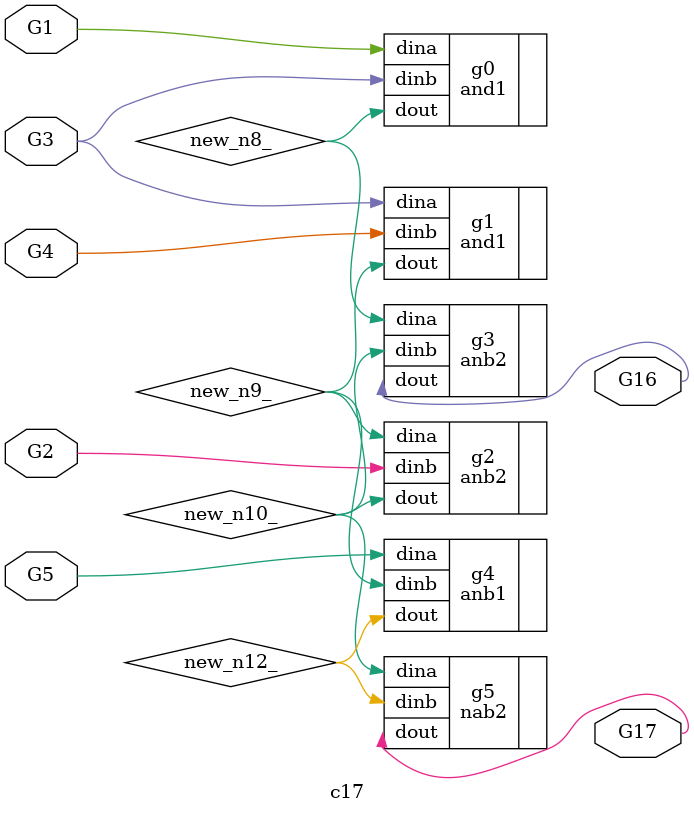
<source format=v>

module c17 ( 
    G1, G2, G3, G4, G5,
    G16, G17  );
  input  G1, G2, G3, G4, G5;
  output G16, G17;
  wire new_n8_, new_n9_, new_n10_, new_n12_;
  and1 g0(.dina(G1), .dinb(G3), .dout(new_n8_));
  and1 g1(.dina(G3), .dinb(G4), .dout(new_n9_));
  anb2 g2(.dina(new_n9_), .dinb(G2), .dout(new_n10_));
  anb2 g3(.dina(new_n8_), .dinb(new_n10_), .dout(G16));
  anb1 g4(.dina(G5), .dinb(new_n9_), .dout(new_n12_));
  nab2 g5(.dina(new_n10_), .dinb(new_n12_), .dout(G17));
endmodule



</source>
